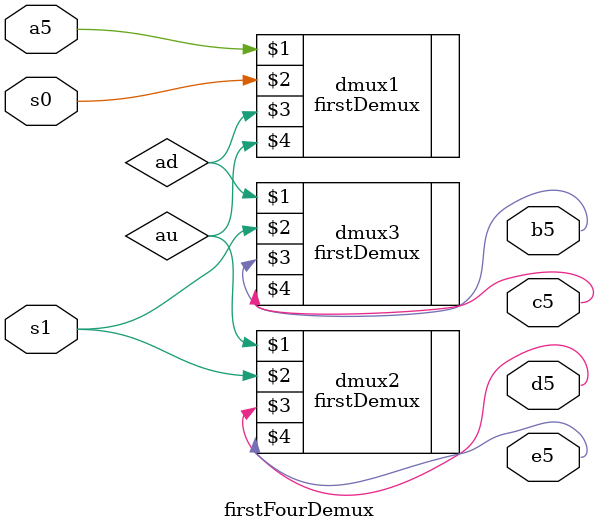
<source format=sv>
`timescale 1ns/1ns;

module firstFourDemux(input a5, s0, s1, output b5, c5, d5, e5);

  logic au,  ad;
  firstDemux dmux1(a5, s0, ad, au);
  firstDemux dmux2(au, s1, d5, e5);
  firstDemux dmux3(ad, s1, b5, c5);

endmodule
</source>
